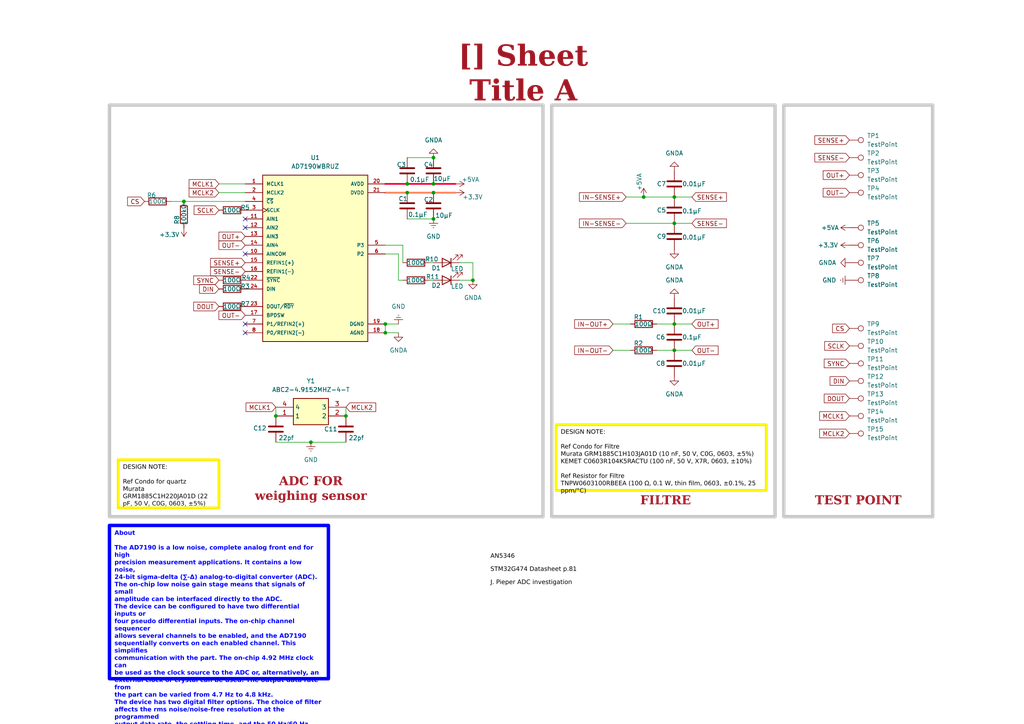
<source format=kicad_sch>
(kicad_sch (version 20250114) (generator "eeschema") (generator_version "9.0")
  (paper "A4")
  (title_block (title "Sheet Title A") (date "2025-01-12") (rev "${REVISION}") (company "${COMPANY}"))
  (lib_symbols
    (symbol "ABC2-4_9152MHZ-4-T:ABC2-4.9152MHZ-4-T"
      (property "Reference" "Y" (at 16.51 7.62 0))
      (property "Value" "ABC2-4.9152MHZ-4-T" (at 16.51 5.08 0))
      (symbol "ABC2-4.9152MHZ-4-T_1_1"
        (rectangle (start 5.08 2.54) (end 15.24 -5.08) (stroke (width 0.254)) (fill (type background)))
        (pin passive line (at 0 0 0) (length 5.08) (name "4") (number "4"))
        (pin passive line (at 0 -2.54 0) (length 5.08) (name "1") (number "1"))
        (pin passive line (at 20.32 0 180) (length 5.08) (name "3") (number "3"))
        (pin passive line (at 20.32 -2.54 180) (length 5.08) (name "2") (number "2"))
      )
    )
    (symbol "AD7190WBRUZ:AD7190WBRUZ" (pin_names (offset 1.016))
      (property "Reference" "U" (at -15.246 22.869 0))
      (property "Value" "AD7190WBRUZ" (at -15.2517 -27.9615 0))
      (symbol "AD7190WBRUZ_0_0"
        (rectangle (start -15.24 -25.4) (end 15.24 22.86) (stroke (width 0.254)) (fill (type background)))
        (pin input line (at -20.32 20.32 0) (length 5.08) (name "MCLK1") (number "1"))
        (pin input line (at -20.32 17.78 0) (length 5.08) (name "MCLK2") (number "2"))
        (pin input line (at -20.32 15.24 0) (length 5.08) (name "~{CS}") (number "4"))
        (pin input clock (at -20.32 12.7 0) (length 5.08) (name "SCLK") (number "3"))
        (pin input line (at -20.32 10.16 0) (length 5.08) (name "AIN1") (number "11"))
        (pin input line (at -20.32 7.62 0) (length 5.08) (name "AIN2") (number "12"))
        (pin input line (at -20.32 5.08 0) (length 5.08) (name "AIN3") (number "13"))
        (pin input line (at -20.32 2.54 0) (length 5.08) (name "AIN4") (number "14"))
        (pin input line (at -20.32 0 0) (length 5.08) (name "AINCOM") (number "10"))
        (pin input line (at -20.32 -2.54 0) (length 5.08) (name "REFIN1(+)") (number "15"))
        (pin input line (at -20.32 -5.08 0) (length 5.08) (name "REFIN1(-)") (number "16"))
        (pin input line (at -20.32 -7.62 0) (length 5.08) (name "~{SYNC}") (number "22"))
        (pin input line (at -20.32 -10.16 0) (length 5.08) (name "DIN") (number "24"))
        (pin bidirectional line (at -20.32 -15.24 0) (length 5.08) (name "DOUT/~{RDY}") (number "23"))
        (pin bidirectional line (at -20.32 -17.78 0) (length 5.08) (name "BPDSW") (number "17"))
        (pin bidirectional line (at -20.32 -20.32 0) (length 5.08) (name "P1/REFIN2(+)") (number "7"))
        (pin bidirectional line (at -20.32 -22.86 0) (length 5.08) (name "P0/REFIN2(-)") (number "8"))
        (pin power_in line (at 20.32 20.32 180) (length 5.08) (name "AVDD") (number "20"))
        (pin power_in line (at 20.32 17.78 180) (length 5.08) (name "DVDD") (number "21"))
        (pin output line (at 20.32 2.54 180) (length 5.08) (name "P3") (number "5"))
        (pin output line (at 20.32 0 180) (length 5.08) (name "P2") (number "6"))
        (pin power_in line (at 20.32 -20.32 180) (length 5.08) (name "DGND") (number "19"))
        (pin power_in line (at 20.32 -22.86 180) (length 5.08) (name "AGND") (number "18"))
      )
    )
    (symbol "Connector:TestPoint" (pin_numbers (hide yes)) (pin_names (offset 0.762) (hide yes))
      (property "Reference" "TP" (at 0 6.858 0))
      (property "Value" "TestPoint" (at 0 5.08 0))
      (symbol "TestPoint_0_1"
        (circle (center 0 3.302) (radius 0.762))
      )
      (symbol "TestPoint_1_1"
        (pin passive line (at 0 0 90) (length 2.54) (name "1") (number "1"))
      )
    )
    (symbol "Device:C" (pin_numbers (hide yes)) (pin_names (offset 0.254))
      (property "Reference" "C" (at 0.635 2.54 0))
      (property "Value" "C" (at 0.635 -2.54 0))
      (symbol "C_0_1"
        (polyline (pts (xy -2.032 0.762) (xy 2.032 0.762)) (stroke (width 0.508)))
        (polyline (pts (xy -2.032 -0.762) (xy 2.032 -0.762)) (stroke (width 0.508)))
      )
      (symbol "C_1_1"
        (pin passive line (at 0 3.81 270) (length 2.794) (name "~") (number "1"))
        (pin passive line (at 0 -3.81 90) (length 2.794) (name "~") (number "2"))
      )
    )
    (symbol "Device:LED" (pin_numbers (hide yes)) (pin_names (offset 1.016) (hide yes))
      (property "Reference" "D" (at 0 2.54 0))
      (property "Value" "LED" (at 0 -2.54 0))
      (symbol "LED_0_1"
        (polyline (pts (xy -3.048 -0.762) (xy -4.572 -2.286) (xy -3.81 -2.286) (xy -4.572 -2.286) (xy -4.572 -1.524)))
        (polyline (pts (xy -1.778 -0.762) (xy -3.302 -2.286) (xy -2.54 -2.286) (xy -3.302 -2.286) (xy -3.302 -1.524)))
        (polyline (pts (xy -1.27 0) (xy 1.27 0)))
        (polyline (pts (xy -1.27 -1.27) (xy -1.27 1.27)) (stroke (width 0.254)))
        (polyline (pts (xy 1.27 -1.27) (xy 1.27 1.27) (xy -1.27 0) (xy 1.27 -1.27)) (stroke (width 0.254)))
      )
      (symbol "LED_1_1"
        (pin passive line (at -3.81 0 0) (length 2.54) (name "K") (number "1"))
        (pin passive line (at 3.81 0 180) (length 2.54) (name "A") (number "2"))
      )
    )
    (symbol "Device:R" (pin_numbers (hide yes)) (pin_names (offset 0))
      (property "Reference" "R" (at 2.032 0 90))
      (property "Value" "R" (at 0 0 90))
      (symbol "R_0_1"
        (rectangle (start -1.016 -2.54) (end 1.016 2.54) (stroke (width 0.254)))
      )
      (symbol "R_1_1"
        (pin passive line (at 0 3.81 270) (length 1.27) (name "~") (number "1"))
        (pin passive line (at 0 -3.81 90) (length 1.27) (name "~") (number "2"))
      )
    )
    (symbol "power:+3.3V" (power) (pin_numbers (hide yes)) (pin_names (offset 0) (hide yes))
      (property "Value" "+3.3V" (at 0 3.556 0))
      (symbol "+3.3V_0_1"
        (polyline (pts (xy -0.762 1.27) (xy 0 2.54)))
        (polyline (pts (xy 0 2.54) (xy 0.762 1.27)))
        (polyline (pts (xy 0 0) (xy 0 2.54)))
      )
      (symbol "+3.3V_1_1"
        (pin power_in line (at 0 0 90) (length 0) (name "~") (number "1"))
      )
    )
    (symbol "power:+5VA" (power) (pin_numbers (hide yes)) (pin_names (offset 0) (hide yes))
      (property "Value" "+5VA" (at 0 3.556 0))
      (symbol "+5VA_0_1"
        (polyline (pts (xy -0.762 1.27) (xy 0 2.54)))
        (polyline (pts (xy 0 2.54) (xy 0.762 1.27)))
        (polyline (pts (xy 0 0) (xy 0 2.54)))
      )
      (symbol "+5VA_1_1"
        (pin power_in line (at 0 0 90) (length 0) (name "~") (number "1"))
      )
    )
    (symbol "power:Earth" (power) (pin_numbers (hide yes)) (pin_names (offset 0) (hide yes))
      (property "Value" "Earth" (at 0 -3.81 0))
      (symbol "Earth_0_1"
        (polyline (pts (xy -0.635 -1.905) (xy 0.635 -1.905)))
        (polyline (pts (xy -0.127 -2.54) (xy 0.127 -2.54)))
        (polyline (pts (xy 0 -1.27) (xy 0 0)))
        (polyline (pts (xy 1.27 -1.27) (xy -1.27 -1.27)))
      )
      (symbol "Earth_1_1"
        (pin power_in line (at 0 0 270) (length 0) (name "~") (number "1"))
      )
    )
    (symbol "power:GND" (power) (pin_numbers (hide yes)) (pin_names (offset 0) (hide yes))
      (property "Value" "GND" (at 0 -3.81 0))
      (symbol "GND_0_1"
        (polyline (pts (xy 0 0) (xy 0 -1.27) (xy 1.27 -1.27) (xy 0 -2.54) (xy -1.27 -1.27) (xy 0 -1.27)))
      )
      (symbol "GND_1_1"
        (pin power_in line (at 0 0 270) (length 0) (name "~") (number "1"))
      )
    )
  )
  (rectangle (start 227.33 30.48) (end 270.51 149.86) (stroke (width 1) (color 200 200 200 1)))
  (rectangle (start 31.75 30.48) (end 157.48 149.86) (stroke (width 1) (color 200 200 200 1)))
  (rectangle (start 160.02 30.48) (end 224.79 149.86) (stroke (width 1) (color 200 200 200 1)))
  (text "J. Pieper ADC investigation" (at 142.24 170.18 0) (effects (font (size 1.27 1.27)) (justify left bottom)))
  (text "STM32G474 Datasheet p.81" (at 142.24 166.37 0) (effects (font (size 1.27 1.27)) (justify left bottom)))
  (text "AN5346" (at 142.24 162.56 0) (effects (font (size 1.27 1.27)) (justify left bottom)))
  (text_box "FILTRE" (at 171.45 140.97 0) (size 43.18 7.62) (margins 1.9049 1.9049 1.9049 1.9049) (stroke (width -0.0001)) (effects (font (size 2.54 2.54) (thickness 0.508) (bold yes)) (justify bottom)))
  (text_box "About\n\nThe AD7190 is a low noise, complete analog front end for high\nprecision measurement applications. It contains a low noise,\n24-bit sigma-delta (∑-Δ) analog-to-digital converter (ADC).\nThe on-chip low noise gain stage means that signals of small\namplitude can be interfaced directly to the ADC.\nThe device can be configured to have two differential inputs or\nfour pseudo differential inputs. The on-chip channel sequencer\nallows several channels to be enabled, and the AD7190\nsequentially converts on each enabled channel. This simplifies\ncommunication with the part. The on-chip 4.92 MHz clock can\nbe used as the clock source to the ADC or, alternatively, an\nexternal clock or crystal can be used. The output data rate from\nthe part can be varied from 4.7 Hz to 4.8 kHz.\nThe device has two digital filter options. The choice of filter\naffects the rms noise/noise-free resolution at the programmed\noutput data rate, the settling time, and the 50 Hz/60 Hz\nrejection. " (at 31.75 152.4 0) (size 63.5 44.45) (margins 1.4525 1.4525 1.4525 1.4525) (stroke (width 1) (color 0 0 255 1)) (effects (font (size 1.27 1.27) (thickness 0.4) (bold yes)) (justify left top)))
  (text_box "TEST POINT" (at 227.33 140.97 0) (size 43.18 7.62) (margins 1.9049 1.9049 1.9049 1.9049) (stroke (width -0.0001)) (effects (font (size 2.54 2.54) (thickness 0.508) (bold yes)) (justify bottom)))
  (text_box "DESIGN NOTE:\n\nRef Condo for Filtre \nMurata GRM1885C1H103JA01D (10 nF, 50 V, C0G, 0603, ±5%)\nKEMET C0603R104K5RACTU (100 nF, 50 V, X7R, 0603, ±10%)\n\nRef Resistor for Filtre\nTNPW0603100RBEEA (100 Ω, 0.1 W, thin film, 0603, ±0.1%, 25 ppm/°C)" (at 161.29 123.19 0) (size 60.96 19.05) (margins 1.3525 1.3525 1.3525 1.3525) (stroke (width 0.8) (color 250 236 0 1)) (effects (font (size 1.27 1.27)) (justify left top)))
  (text_box "[${#}] ${TITLE}" (at 115.57 15.24 0) (size 72.39 12.7) (margins 4.4999 4.4999 4.4999 4.4999) (stroke (width -0.0001)) (effects (font (size 6 6) (thickness 1.2) (bold yes))))
  (text_box "ADC FOR \nweighing sensor" (at 68.58 139.7 0) (size 43.18 7.62) (margins 1.9049 1.9049 1.9049 1.9049) (stroke (width -0.0001)) (effects (font (size 2.54 2.54) (thickness 0.508) (bold yes)) (justify bottom)))
  (text_box "DESIGN NOTE:\n\nRef Condo for quartz \nMurata GRM1885C1H220JA01D (22 pF, 50 V, C0G, 0603, ±5%)" (at 34.29 133.35 0) (size 29.21 13.97) (margins 1.3525 1.3525 1.3525 1.3525) (stroke (width 0.8) (color 250 236 0 1)) (effects (font (size 1.27 1.27)) (justify left top)))
  (junction (at 125.73 55.88))
  (junction (at 195.58 64.77))
  (junction (at 186.69 57.15))
  (junction (at 137.16 81.28))
  (junction (at 195.58 57.15))
  (junction (at 90.17 128.27))
  (junction (at 125.73 53.34))
  (junction (at 195.58 93.98))
  (junction (at 118.11 55.88))
  (junction (at 111.76 96.52))
  (junction (at 53.34 58.42))
  (junction (at 195.58 101.6))
  (junction (at 111.76 93.98))
  (junction (at 118.11 53.34))
  (junction (at 100.33 120.65))
  (junction (at 125.73 63.5))
  (junction (at 125.73 45.72))
  (junction (at 80.01 120.65))
  (no_connect (at 71.12 73.66))
  (no_connect (at 71.12 96.52))
  (no_connect (at 71.12 66.04))
  (no_connect (at 71.12 93.98))
  (no_connect (at 71.12 63.5))
  (wire (pts (xy 190.5 93.98) (xy 195.58 93.98)))
  (wire (pts (xy 111.76 53.34) (xy 118.11 53.34)) (stroke (width 0.508) (color 255 0 54 1)))
  (wire (pts (xy 200.66 64.77) (xy 195.58 64.77)))
  (wire (pts (xy 181.61 57.15) (xy 186.69 57.15)))
  (wire (pts (xy 182.88 93.98) (xy 177.8 93.98)))
  (wire (pts (xy 115.57 81.28) (xy 116.84 81.28)))
  (wire (pts (xy 111.76 55.88) (xy 118.11 55.88)) (stroke (width 0.508) (color 255 116 72 1)))
  (wire (pts (xy 133.35 76.2) (xy 137.16 76.2)))
  (wire (pts (xy 118.11 55.88) (xy 125.73 55.88)) (stroke (width 0.508) (color 255 116 72 1)))
  (wire (pts (xy 111.76 73.66) (xy 115.57 73.66)))
  (wire (pts (xy 49.53 58.42) (xy 53.34 58.42)))
  (wire (pts (xy 116.84 71.12) (xy 116.84 76.2)))
  (wire (pts (xy 115.57 96.52) (xy 111.76 96.52)))
  (wire (pts (xy 80.01 128.27) (xy 90.17 128.27)))
  (wire (pts (xy 186.69 57.15) (xy 195.58 57.15)))
  (wire (pts (xy 118.11 53.34) (xy 125.73 53.34)) (stroke (width 0.508) (color 255 0 54 1)))
  (wire (pts (xy 80.01 118.11) (xy 80.01 120.65)))
  (wire (pts (xy 190.5 101.6) (xy 195.58 101.6)))
  (wire (pts (xy 111.76 71.12) (xy 116.84 71.12)))
  (wire (pts (xy 200.66 93.98) (xy 195.58 93.98)))
  (wire (pts (xy 100.33 118.11) (xy 100.33 120.65)))
  (wire (pts (xy 90.17 128.27) (xy 100.33 128.27)))
  (wire (pts (xy 124.46 81.28) (xy 125.73 81.28)))
  (wire (pts (xy 53.34 58.42) (xy 71.12 58.42)))
  (wire (pts (xy 115.57 73.66) (xy 115.57 81.28)))
  (wire (pts (xy 182.88 101.6) (xy 177.8 101.6)))
  (wire (pts (xy 111.76 93.98) (xy 111.76 96.52)))
  (wire (pts (xy 115.57 93.98) (xy 111.76 93.98)))
  (wire (pts (xy 63.5 53.34) (xy 71.12 53.34)))
  (wire (pts (xy 118.11 63.5) (xy 125.73 63.5)))
  (wire (pts (xy 200.66 101.6) (xy 195.58 101.6)))
  (wire (pts (xy 118.11 45.72) (xy 125.73 45.72)))
  (wire (pts (xy 137.16 76.2) (xy 137.16 81.28)))
  (wire (pts (xy 181.61 64.77) (xy 195.58 64.77)))
  (wire (pts (xy 63.5 55.88) (xy 71.12 55.88)))
  (wire (pts (xy 125.73 53.34) (xy 132.08 53.34)) (stroke (width 0.508) (color 255 0 54 1)))
  (wire (pts (xy 133.35 81.28) (xy 137.16 81.28)))
  (wire (pts (xy 124.46 76.2) (xy 125.73 76.2)))
  (wire (pts (xy 125.73 55.88) (xy 132.08 55.88)) (stroke (width 0.508) (color 255 116 72 1)))
  (wire (pts (xy 200.66 57.15) (xy 195.58 57.15)))
  (global_label "DIN" (shape input) (at 246.38 110.49 180) (property "Intersheetrefs" "${INTERSHEET_REFS}" (effects (hide yes))))
  (global_label "SCLK" (shape input) (at 246.38 100.33 180) (property "Intersheetrefs" "${INTERSHEET_REFS}" (effects (hide yes))))
  (global_label "SENSE+" (shape input) (at 71.12 76.2 180) (property "Intersheetrefs" "${INTERSHEET_REFS}" (effects (hide yes))))
  (global_label "SYNC" (shape input) (at 246.38 105.41 180) (property "Intersheetrefs" "${INTERSHEET_REFS}" (effects (hide yes))))
  (global_label "OUT+" (shape input) (at 246.38 50.8 180) (property "Intersheetrefs" "${INTERSHEET_REFS}" (effects (hide yes))))
  (global_label "OUT-" (shape input) (at 71.12 71.12 180) (property "Intersheetrefs" "${INTERSHEET_REFS}" (effects (hide yes))))
  (global_label "CS" (shape input) (at 246.38 95.25 180) (property "Intersheetrefs" "${INTERSHEET_REFS}" (effects (hide yes))))
  (global_label "SENSE-" (shape input) (at 200.66 64.77 0) (property "Intersheetrefs" "${INTERSHEET_REFS}" (effects (hide yes))))
  (global_label "IN-SENSE+" (shape input) (at 181.61 57.15 180) (property "Intersheetrefs" "${INTERSHEET_REFS}" (effects (hide yes))))
  (global_label "SENSE+" (shape input) (at 200.66 57.15 0) (property "Intersheetrefs" "${INTERSHEET_REFS}" (effects (hide yes))))
  (global_label "SENSE-" (shape input) (at 71.12 78.74 180) (property "Intersheetrefs" "${INTERSHEET_REFS}" (effects (hide yes))))
  (global_label "MCLK2" (shape input) (at 100.33 118.11 0) (property "Intersheetrefs" "${INTERSHEET_REFS}" (effects (hide yes))))
  (global_label "DIN" (shape input) (at 63.5 83.82 180) (property "Intersheetrefs" "${INTERSHEET_REFS}" (effects (hide yes))))
  (global_label "DOUT" (shape input) (at 246.38 115.57 180) (property "Intersheetrefs" "${INTERSHEET_REFS}" (effects (hide yes))))
  (global_label "OUT-" (shape input) (at 71.12 91.44 180) (property "Intersheetrefs" "${INTERSHEET_REFS}" (effects (hide yes))))
  (global_label "MCLK2" (shape input) (at 63.5 55.88 180) (property "Intersheetrefs" "${INTERSHEET_REFS}" (effects (hide yes))))
  (global_label "OUT-" (shape input) (at 200.66 101.6 0) (property "Intersheetrefs" "${INTERSHEET_REFS}" (effects (hide yes))))
  (global_label "SENSE-" (shape input) (at 246.38 45.72 180) (property "Intersheetrefs" "${INTERSHEET_REFS}" (effects (hide yes))))
  (global_label "SYNC" (shape input) (at 63.5 81.28 180) (property "Intersheetrefs" "${INTERSHEET_REFS}" (effects (hide yes))))
  (global_label "MCLK2" (shape input) (at 246.38 125.73 180) (property "Intersheetrefs" "${INTERSHEET_REFS}" (effects (hide yes))))
  (global_label "IN-SENSE-" (shape input) (at 181.61 64.77 180) (property "Intersheetrefs" "${INTERSHEET_REFS}" (effects (hide yes))))
  (global_label "IN-OUT+" (shape input) (at 177.8 93.98 180) (property "Intersheetrefs" "${INTERSHEET_REFS}" (effects (hide yes))))
  (global_label "MCLK1" (shape input) (at 63.5 53.34 180) (property "Intersheetrefs" "${INTERSHEET_REFS}" (effects (hide yes))))
  (global_label "OUT-" (shape input) (at 246.38 55.88 180) (property "Intersheetrefs" "${INTERSHEET_REFS}" (effects (hide yes))))
  (global_label "CS" (shape input) (at 41.91 58.42 180) (property "Intersheetrefs" "${INTERSHEET_REFS}" (effects (hide yes))))
  (global_label "MCLK1" (shape input) (at 80.01 118.11 180) (property "Intersheetrefs" "${INTERSHEET_REFS}" (effects (hide yes))))
  (global_label "OUT+" (shape input) (at 200.66 93.98 0) (property "Intersheetrefs" "${INTERSHEET_REFS}" (effects (hide yes))))
  (global_label "OUT+" (shape input) (at 71.12 68.58 180) (property "Intersheetrefs" "${INTERSHEET_REFS}" (effects (hide yes))))
  (global_label "MCLK1" (shape input) (at 246.38 120.65 180) (property "Intersheetrefs" "${INTERSHEET_REFS}" (effects (hide yes))))
  (global_label "SENSE+" (shape input) (at 246.38 40.64 180) (property "Intersheetrefs" "${INTERSHEET_REFS}" (effects (hide yes))))
  (global_label "SCLK" (shape input) (at 63.5 60.96 180) (property "Intersheetrefs" "${INTERSHEET_REFS}" (effects (hide yes))))
  (global_label "IN-OUT-" (shape input) (at 177.8 101.6 180) (property "Intersheetrefs" "${INTERSHEET_REFS}" (effects (hide yes))))
  (global_label "DOUT" (shape input) (at 63.5 88.9 180) (property "Intersheetrefs" "${INTERSHEET_REFS}" (effects (hide yes))))
  (symbol (lib_id "power:+5VA") (at 132.08 53.34 270) (unit 1)
    (property "Reference" "#PWR02" (effects (hide yes)))
    (property "Value" "+5VA" (at 133.858 52.07 90) (effects (justify left)))
    (property "Description" "Power symbol creates a global label with name \"+5VA\"" (effects (hide yes)))
  )
  (symbol (lib_id "Device:R") (at 67.31 60.96 90) (unit 1)
    (property "Reference" "R5" (at 71.12 60.198 90))
    (property "Value" "100Ω" (at 67.31 60.96 90))
    (property "Footprint" "Resistor_SMD:R_0603_1608Metric" (effects (hide yes)))
    (property "Description" "Resistor" (effects (hide yes)))
  )
  (symbol (lib_id "Connector:TestPoint") (at 246.38 120.65 270) (unit 1)
    (property "Reference" "TP14" (at 251.46 119.3799 90) (effects (justify left)))
    (property "Value" "TestPoint" (at 251.46 121.9199 90) (effects (justify left)))
    (property "Footprint" "TestPoint:TestPoint_Pad_D2.0mm" (effects (hide yes)))
    (property "Description" "test point" (effects (hide yes)))
  )
  (symbol (lib_id "Device:R") (at 45.72 58.42 90) (unit 1)
    (property "Reference" "R6" (at 43.942 56.642 90))
    (property "Value" "100Ω" (at 45.72 58.42 90))
    (property "Footprint" "Resistor_SMD:R_0603_1608Metric" (effects (hide yes)))
    (property "Description" "Resistor" (effects (hide yes)))
  )
  (symbol (lib_id "power:Earth") (at 90.17 128.27 0) (unit 1)
    (property "Reference" "#PWR017" (effects (hide yes)))
    (property "Value" "GND" (at 90.17 133.35 0))
    (property "Description" "Power symbol creates a global label with name \"Earth\"" (effects (hide yes)))
  )
  (symbol (lib_id "Device:C") (at 125.73 49.53 0) (unit 1)
    (property "Reference" "C4" (at 122.936 47.752 0) (effects (justify left)))
    (property "Value" "10µF" (at 125.73 51.816 0) (effects (justify left)))
    (property "Footprint" "Capacitor_SMD:C_0603_1608Metric" (effects (hide yes)))
    (property "Description" "Unpolarized capacitor" (effects (hide yes)))
  )
  (symbol (lib_id "Device:R") (at 120.65 76.2 90) (unit 1)
    (property "Reference" "R10" (at 125.222 75.184 90))
    (property "Value" "100Ω" (at 120.65 76.2 90))
    (property "Footprint" "Resistor_SMD:R_0603_1608Metric" (effects (hide yes)))
    (property "Description" "Resistor" (effects (hide yes)))
  )
  (symbol (lib_id "power:+5VA") (at 186.69 57.15 0) (unit 1)
    (property "Reference" "#PWR010" (effects (hide yes)))
    (property "Value" "+5VA" (at 185.42 55.372 90) (effects (justify left)))
    (property "Description" "Power symbol creates a global label with name \"+5VA\"" (effects (hide yes)))
  )
  (symbol (lib_id "Connector:TestPoint") (at 246.38 95.25 270) (unit 1)
    (property "Reference" "TP9" (at 251.46 93.9799 90) (effects (justify left)))
    (property "Value" "TestPoint" (at 251.46 96.5199 90) (effects (justify left)))
    (property "Footprint" "TestPoint:TestPoint_Pad_D2.0mm" (effects (hide yes)))
    (property "Description" "test point" (effects (hide yes)))
  )
  (symbol (lib_id "Connector:TestPoint") (at 246.38 45.72 270) (unit 1)
    (property "Reference" "TP2" (at 251.46 44.4499 90) (effects (justify left)))
    (property "Value" "TestPoint" (at 251.46 46.9899 90) (effects (justify left)))
    (property "Footprint" "TestPoint:TestPoint_Pad_D2.0mm" (effects (hide yes)))
    (property "Description" "test point" (effects (hide yes)))
  )
  (symbol (lib_id "Device:C") (at 100.33 124.46 0) (unit 1)
    (property "Reference" "C11" (at 93.98 124.46 0) (effects (justify left)))
    (property "Value" "22pf" (at 101.092 127 0) (effects (justify left)))
    (property "Footprint" "Capacitor_SMD:C_0603_1608Metric" (effects (hide yes)))
    (property "Description" "Unpolarized capacitor" (effects (hide yes)))
  )
  (symbol (lib_id "Connector:TestPoint") (at 246.38 50.8 270) (unit 1)
    (property "Reference" "TP3" (at 251.46 49.5299 90) (effects (justify left)))
    (property "Value" "TestPoint" (at 251.46 52.0699 90) (effects (justify left)))
    (property "Footprint" "TestPoint:TestPoint_Pad_D2.0mm" (effects (hide yes)))
    (property "Description" "test point" (effects (hide yes)))
  )
  (symbol (lib_id "power:Earth") (at 246.38 81.28 270) (unit 1)
    (property "Reference" "#PWR016" (effects (hide yes)))
    (property "Value" "GND" (at 242.57 81.2799 90) (effects (justify right)))
    (property "Description" "Power symbol creates a global label with name \"Earth\"" (effects (hide yes)))
  )
  (symbol (lib_id "Connector:TestPoint") (at 246.38 81.28 270) (unit 1)
    (property "Reference" "TP8" (at 251.46 80.0099 90) (effects (justify left)))
    (property "Value" "TestPoint" (at 251.46 82.5499 90) (effects (justify left)))
    (property "Footprint" "TestPoint:TestPoint_Pad_D2.0mm" (effects (hide yes)))
    (property "Description" "test point" (effects (hide yes)))
  )
  (symbol (lib_id "power:+5VA") (at 246.38 66.04 90) (unit 1)
    (property "Reference" "#PWR012" (effects (hide yes)))
    (property "Value" "+5VA" (at 243.332 66.04 90) (effects (justify left)))
    (property "Description" "Power symbol creates a global label with name \"+5VA\"" (effects (hide yes)))
  )
  (symbol (lib_id "Device:C") (at 118.11 49.53 0) (unit 1)
    (property "Reference" "C3" (at 115.062 47.752 0) (effects (justify left)))
    (property "Value" "0.1µF" (at 118.872 52.07 0) (effects (justify left)))
    (property "Footprint" "Capacitor_SMD:C_0603_1608Metric" (effects (hide yes)))
    (property "Description" "Unpolarized capacitor" (effects (hide yes)))
  )
  (symbol (lib_id "power:GND") (at 195.58 86.36 180) (unit 1)
    (property "Reference" "#PWR07" (effects (hide yes)))
    (property "Value" "GNDA" (at 195.58 81.28 0))
    (property "Description" "Power symbol creates a global label with name \"GND\" , ground" (effects (hide yes)))
  )
  (symbol (lib_id "power:+3.3V") (at 53.34 66.04 180) (unit 1)
    (property "Reference" "#PWR018" (effects (hide yes)))
    (property "Value" "+3.3V" (at 52.07 68.072 0) (effects (justify left)))
    (property "Description" "Power symbol creates a global label with name \"+3.3V\"" (effects (hide yes)))
  )
  (symbol (lib_id "Device:R") (at 186.69 93.98 90) (unit 1)
    (property "Reference" "R1" (at 185.166 91.948 90))
    (property "Value" "100Ω" (at 186.69 93.98 90))
    (property "Footprint" "Resistor_SMD:R_0603_1608Metric" (effects (hide yes)))
    (property "Description" "Resistor" (effects (hide yes)))
  )
  (symbol (lib_id "Device:C") (at 80.01 124.46 0) (unit 1)
    (property "Reference" "C12" (at 73.406 124.206 0) (effects (justify left)))
    (property "Value" "22pf" (at 80.772 127 0) (effects (justify left)))
    (property "Footprint" "Capacitor_SMD:C_0603_1608Metric" (effects (hide yes)))
    (property "Description" "Unpolarized capacitor" (effects (hide yes)))
  )
  (symbol (lib_id "Device:R") (at 67.31 83.82 90) (unit 1)
    (property "Reference" "R3" (at 71.12 83.058 90))
    (property "Value" "100Ω" (at 67.31 83.82 90))
    (property "Footprint" "Resistor_SMD:R_0603_1608Metric" (effects (hide yes)))
    (property "Description" "Resistor" (effects (hide yes)))
  )
  (symbol (lib_id "Connector:TestPoint") (at 246.38 71.12 270) (unit 1)
    (property "Reference" "TP6" (at 251.46 69.8499 90) (effects (justify left)))
    (property "Value" "TestPoint" (at 251.46 72.3899 90) (effects (justify left)))
    (property "Footprint" "TestPoint:TestPoint_Pad_D2.0mm" (effects (hide yes)))
    (property "Description" "test point" (effects (hide yes)))
  )
  (symbol (lib_id "power:+3.3V") (at 132.08 55.88 270) (unit 1)
    (property "Reference" "#PWR04" (effects (hide yes)))
    (property "Value" "+3.3V" (at 134.112 57.15 90) (effects (justify left)))
    (property "Description" "Power symbol creates a global label with name \"+3.3V\"" (effects (hide yes)))
  )
  (symbol (lib_id "Device:R") (at 67.31 81.28 90) (unit 1)
    (property "Reference" "R4" (at 71.374 80.518 90))
    (property "Value" "100Ω" (at 67.31 81.28 90))
    (property "Footprint" "Resistor_SMD:R_0603_1608Metric" (effects (hide yes)))
    (property "Description" "Resistor" (effects (hide yes)))
  )
  (symbol (lib_id "ABC2-4_9152MHZ-4-T:ABC2-4.9152MHZ-4-T") (at 80.01 118.11 0) (unit 1)
    (property "Reference" "Y1" (at 90.17 110.49 0))
    (property "Value" "ABC2-4.9152MHZ-4-T" (at 90.17 113.03 0))
    (property "Footprint" "ABC210000MHZ4" (effects (hide yes)))
    (property "Datasheet" "https://abracon.com/Resonators/abc2.pdf" (effects (hide yes)))
    (property "Description" "LOW FREQUENCY CERAMIC SURFACE MOUNT MICROPROCESSOR CRYSTAL" (effects (hide yes)))
    (property "Height" "2" (effects (hide yes)))
    (property "Manufacturer_Name" "ABRACON" (effects (hide yes)))
    (property "Manufacturer_Part_Number" "ABC2-4.9152MHZ-4-T" (effects (hide yes)))
    (property "Mouser Part Number" "815-ABC2-4.915M-4-T" (effects (hide yes)))
    (property "Mouser Price/Stock" "https://www.mouser.co.uk/ProductDetail/ABRACON/ABC2-4.9152MHZ-4-T?qs=S%252BYRV53T2BpAvrVLkV2d2A%3D%3D" (effects (hide yes)))
    (property "Arrow Part Number" "ABC2-4.9152MHZ-4-T" (effects (hide yes)))
    (property "Arrow Price/Stock" "https://www.arrow.com/en/products/abc2-4.9152mhz-4-t/abracon" (effects (hide yes)))
  )
  (symbol (lib_id "Device:C") (at 195.58 68.58 0) (unit 1)
    (property "Reference" "C9" (at 190.5 68.58 0) (effects (justify left)))
    (property "Value" "0.01µF" (at 197.866 68.834 0) (effects (justify left)))
    (property "Footprint" "Capacitor_SMD:C_0603_1608Metric" (effects (hide yes)))
    (property "Description" "Unpolarized capacitor" (effects (hide yes)))
  )
  (symbol (lib_id "AD7190WBRUZ:AD7190WBRUZ") (at 91.44 73.66 0) (unit 1)
    (property "Reference" "U1" (at 91.44 45.72 0))
    (property "Value" "AD7190WBRUZ" (at 91.44 48.26 0))
    (property "Footprint" "AD7190WBRUZ:SOP65P640X120-24N" (effects (hide yes)))
    (property "MF" "Analog Devices" (effects (hide yes)))
    (property "Description_1" "4.8 kHz Ultralow Noise 24-Bit Sigma-Delta ADC with PGA" (effects (hide yes)))
    (property "Package" "TSSOP-24 Analog Devices" (effects (hide yes)))
    (property "Price" "None" (effects (hide yes)))
    (property "Check_prices" "https://www.snapeda.com/parts/AD7190WBRUZ/Analog+Devices/view-part/?ref=eda" (effects (hide yes)))
    (property "SnapEDA_Link" "https://www.snapeda.com/parts/AD7190WBRUZ/Analog+Devices/view-part/?ref=snap" (effects (hide yes)))
    (property "MP" "AD7190WBRUZ" (effects (hide yes)))
    (property "Availability" "In Stock" (effects (hide yes)))
    (property "MANUFACTURER" "Analog Devices" (effects (hide yes)))
  )
  (symbol (lib_id "Device:C") (at 195.58 90.17 0) (unit 1)
    (property "Reference" "C10" (at 189.23 90.17 0) (effects (justify left)))
    (property "Value" "0.01µF" (at 197.866 90.17 0) (effects (justify left)))
    (property "Footprint" "Capacitor_SMD:C_0603_1608Metric" (effects (hide yes)))
    (property "Description" "Unpolarized capacitor" (effects (hide yes)))
  )
  (symbol (lib_id "power:+3.3V") (at 246.38 71.12 90) (unit 1)
    (property "Reference" "#PWR014" (effects (hide yes)))
    (property "Value" "+3.3V" (at 243.078 71.12 90) (effects (justify left)))
    (property "Description" "Power symbol creates a global label with name \"+3.3V\"" (effects (hide yes)))
  )
  (symbol (lib_id "Connector:TestPoint") (at 246.38 66.04 270) (unit 1)
    (property "Reference" "TP5" (at 251.46 64.7699 90) (effects (justify left)))
    (property "Value" "TestPoint" (at 251.46 67.3099 90) (effects (justify left)))
    (property "Footprint" "TestPoint:TestPoint_Pad_D2.0mm" (effects (hide yes)))
    (property "Description" "test point" (effects (hide yes)))
  )
  (symbol (lib_id "Connector:TestPoint") (at 246.38 115.57 270) (unit 1)
    (property "Reference" "TP13" (at 251.46 114.2999 90) (effects (justify left)))
    (property "Value" "TestPoint" (at 251.46 116.8399 90) (effects (justify left)))
    (property "Footprint" "TestPoint:TestPoint_Pad_D2.0mm" (effects (hide yes)))
    (property "Description" "test point" (effects (hide yes)))
  )
  (symbol (lib_id "Connector:TestPoint") (at 246.38 76.2 270) (unit 1)
    (property "Reference" "TP7" (at 251.46 74.9299 90) (effects (justify left)))
    (property "Value" "TestPoint" (at 251.46 77.4699 90) (effects (justify left)))
    (property "Footprint" "TestPoint:TestPoint_Pad_D2.0mm" (effects (hide yes)))
    (property "Description" "test point" (effects (hide yes)))
  )
  (symbol (lib_id "Device:C") (at 195.58 53.34 0) (unit 1)
    (property "Reference" "C7" (at 190.5 53.34 0) (effects (justify left)))
    (property "Value" "0.01µF" (at 197.866 53.34 0) (effects (justify left)))
    (property "Footprint" "Capacitor_SMD:C_0603_1608Metric" (effects (hide yes)))
    (property "Description" "Unpolarized capacitor" (effects (hide yes)))
  )
  (symbol (lib_id "power:GND") (at 195.58 49.53 180) (unit 1)
    (property "Reference" "#PWR09" (effects (hide yes)))
    (property "Value" "GNDA" (at 195.58 44.45 0))
    (property "Description" "Power symbol creates a global label with name \"GND\" , ground" (effects (hide yes)))
  )
  (symbol (lib_id "Device:C") (at 125.73 59.69 0) (unit 1)
    (property "Reference" "C2" (at 122.936 57.912 0) (effects (justify left)))
    (property "Value" "10µF" (at 126.238 62.484 0) (effects (justify left)))
    (property "Footprint" "Capacitor_SMD:C_0603_1608Metric" (effects (hide yes)))
    (property "Description" "Unpolarized capacitor" (effects (hide yes)))
  )
  (symbol (lib_id "power:GND") (at 246.38 76.2 270) (unit 1)
    (property "Reference" "#PWR015" (effects (hide yes)))
    (property "Value" "GNDA" (at 242.57 76.1999 90) (effects (justify right)))
    (property "Description" "Power symbol creates a global label with name \"GND\" , ground" (effects (hide yes)))
  )
  (symbol (lib_id "Device:C") (at 118.11 59.69 0) (unit 1)
    (property "Reference" "C1" (at 115.57 57.658 0) (effects (justify left)))
    (property "Value" "0.1µF" (at 118.364 62.23 0) (effects (justify left)))
    (property "Footprint" "Capacitor_SMD:C_0603_1608Metric" (effects (hide yes)))
    (property "Description" "Unpolarized capacitor" (effects (hide yes)))
  )
  (symbol (lib_id "Device:R") (at 67.31 88.9 90) (unit 1)
    (property "Reference" "R7" (at 71.12 88.138 90))
    (property "Value" "100Ω" (at 67.31 88.9 90))
    (property "Footprint" "Resistor_SMD:R_0603_1608Metric" (effects (hide yes)))
    (property "Description" "Resistor" (effects (hide yes)))
  )
  (symbol (lib_id "Device:C") (at 195.58 97.79 0) (unit 1)
    (property "Reference" "C6" (at 190.246 97.79 0) (effects (justify left)))
    (property "Value" "0.1µF" (at 197.866 97.79 0) (effects (justify left)))
    (property "Footprint" "Capacitor_SMD:C_0603_1608Metric" (effects (hide yes)))
    (property "Description" "Unpolarized capacitor" (effects (hide yes)))
  )
  (symbol (lib_id "Connector:TestPoint") (at 246.38 40.64 270) (unit 1)
    (property "Reference" "TP1" (at 251.46 39.3699 90) (effects (justify left)))
    (property "Value" "TestPoint" (at 251.46 41.9099 90) (effects (justify left)))
    (property "Footprint" "TestPoint:TestPoint_Pad_D2.0mm" (effects (hide yes)))
    (property "Description" "test point" (effects (hide yes)))
  )
  (symbol (lib_id "power:GND") (at 137.16 81.28 0) (unit 1)
    (property "Reference" "#PWR013" (effects (hide yes)))
    (property "Value" "GNDA" (at 137.16 86.36 0))
    (property "Description" "Power symbol creates a global label with name \"GND\" , ground" (effects (hide yes)))
  )
  (symbol (lib_id "Device:LED") (at 129.54 76.2 180) (unit 1)
    (property "Reference" "D1" (at 126.492 77.724 0))
    (property "Value" "LED" (at 132.588 77.978 0))
    (property "Footprint" "LED_SMD:LED_0603_1608Metric" (effects (hide yes)))
    (property "Description" "Light emitting diode" (effects (hide yes)))
    (property "Sim.Pins" "1=K 2=A" (effects (hide yes)))
  )
  (symbol (lib_id "Connector:TestPoint") (at 246.38 105.41 270) (unit 1)
    (property "Reference" "TP11" (at 251.46 104.1399 90) (effects (justify left)))
    (property "Value" "TestPoint" (at 251.46 106.6799 90) (effects (justify left)))
    (property "Footprint" "TestPoint:TestPoint_Pad_D2.0mm" (effects (hide yes)))
    (property "Description" "test point" (effects (hide yes)))
  )
  (symbol (lib_id "power:GND") (at 195.58 72.39 0) (unit 1)
    (property "Reference" "#PWR08" (effects (hide yes)))
    (property "Value" "GNDA" (at 195.58 77.47 0))
    (property "Description" "Power symbol creates a global label with name \"GND\" , ground" (effects (hide yes)))
  )
  (symbol (lib_id "Connector:TestPoint") (at 246.38 100.33 270) (unit 1)
    (property "Reference" "TP10" (at 251.46 99.0599 90) (effects (justify left)))
    (property "Value" "TestPoint" (at 251.46 101.5999 90) (effects (justify left)))
    (property "Footprint" "TestPoint:TestPoint_Pad_D2.0mm" (effects (hide yes)))
    (property "Description" "test point" (effects (hide yes)))
  )
  (symbol (lib_id "Connector:TestPoint") (at 246.38 125.73 270) (unit 1)
    (property "Reference" "TP15" (at 251.46 124.4599 90) (effects (justify left)))
    (property "Value" "TestPoint" (at 251.46 126.9999 90) (effects (justify left)))
    (property "Footprint" "TestPoint:TestPoint_Pad_D2.0mm" (effects (hide yes)))
    (property "Description" "test point" (effects (hide yes)))
  )
  (symbol (lib_id "Device:C") (at 195.58 60.96 0) (unit 1)
    (property "Reference" "C5" (at 190.5 60.96 0) (effects (justify left)))
    (property "Value" "0.1µF" (at 197.866 61.214 0) (effects (justify left)))
    (property "Footprint" "Capacitor_SMD:C_0603_1608Metric" (effects (hide yes)))
    (property "Description" "Unpolarized capacitor" (effects (hide yes)))
  )
  (symbol (lib_id "power:GND") (at 125.73 45.72 180) (unit 1)
    (property "Reference" "#PWR011" (effects (hide yes)))
    (property "Value" "GNDA" (at 125.73 40.64 0))
    (property "Description" "Power symbol creates a global label with name \"GND\" , ground" (effects (hide yes)))
  )
  (symbol (lib_id "Device:R") (at 186.69 101.6 90) (unit 1)
    (property "Reference" "R2" (at 185.166 99.568 90))
    (property "Value" "100Ω" (at 186.69 101.6 90))
    (property "Footprint" "Resistor_SMD:R_0603_1608Metric" (effects (hide yes)))
    (property "Description" "Resistor" (effects (hide yes)))
  )
  (symbol (lib_id "Device:R") (at 120.65 81.28 90) (unit 1)
    (property "Reference" "R11" (at 125.476 80.264 90))
    (property "Value" "100Ω" (at 120.65 81.28 90))
    (property "Footprint" "Resistor_SMD:R_0603_1608Metric" (effects (hide yes)))
    (property "Description" "Resistor" (effects (hide yes)))
  )
  (symbol (lib_id "power:GND") (at 115.57 96.52 0) (unit 1)
    (property "Reference" "#PWR05" (effects (hide yes)))
    (property "Value" "GNDA" (at 115.57 101.6 0))
    (property "Description" "Power symbol creates a global label with name \"GND\" , ground" (effects (hide yes)))
  )
  (symbol (lib_id "Connector:TestPoint") (at 246.38 110.49 270) (unit 1)
    (property "Reference" "TP12" (at 251.46 109.2199 90) (effects (justify left)))
    (property "Value" "TestPoint" (at 251.46 111.7599 90) (effects (justify left)))
    (property "Footprint" "TestPoint:TestPoint_Pad_D2.0mm" (effects (hide yes)))
    (property "Description" "test point" (effects (hide yes)))
  )
  (symbol (lib_id "power:Earth") (at 125.73 63.5 0) (unit 1)
    (property "Reference" "#PWR01" (effects (hide yes)))
    (property "Value" "GND" (at 125.73 68.58 0))
    (property "Description" "Power symbol creates a global label with name \"Earth\"" (effects (hide yes)))
  )
  (symbol (lib_id "power:GND") (at 195.58 109.22 0) (unit 1)
    (property "Reference" "#PWR06" (effects (hide yes)))
    (property "Value" "GNDA" (at 195.58 114.3 0))
    (property "Description" "Power symbol creates a global label with name \"GND\" , ground" (effects (hide yes)))
  )
  (symbol (lib_id "Connector:TestPoint") (at 246.38 55.88 270) (unit 1)
    (property "Reference" "TP4" (at 251.46 54.6099 90) (effects (justify left)))
    (property "Value" "TestPoint" (at 251.46 57.1499 90) (effects (justify left)))
    (property "Footprint" "TestPoint:TestPoint_Pad_D2.0mm" (effects (hide yes)))
    (property "Description" "test point" (effects (hide yes)))
  )
  (symbol (lib_id "power:Earth") (at 115.57 93.98 180) (unit 1)
    (property "Reference" "#PWR03" (effects (hide yes)))
    (property "Value" "GND" (at 115.57 88.9 0))
    (property "Description" "Power symbol creates a global label with name \"Earth\"" (effects (hide yes)))
  )
  (symbol (lib_id "Device:C") (at 195.58 105.41 0) (unit 1)
    (property "Reference" "C8" (at 190.246 105.41 0) (effects (justify left)))
    (property "Value" "0.01µF" (at 197.866 105.41 0) (effects (justify left)))
    (property "Footprint" "Capacitor_SMD:C_0603_1608Metric" (effects (hide yes)))
    (property "Description" "Unpolarized capacitor" (effects (hide yes)))
  )
  (symbol (lib_id "Device:LED") (at 129.54 81.28 180) (unit 1)
    (property "Reference" "D2" (at 126.492 82.804 0))
    (property "Value" "LED" (at 132.588 83.058 0))
    (property "Footprint" "LED_SMD:LED_0603_1608Metric" (effects (hide yes)))
    (property "Description" "Light emitting diode" (effects (hide yes)))
    (property "Sim.Pins" "1=K 2=A" (effects (hide yes)))
  )
  (symbol (lib_id "Device:R") (at 53.34 62.23 180) (unit 1)
    (property "Reference" "R8" (at 51.308 63.754 90))
    (property "Value" "100kΩ" (at 53.34 62.23 90))
    (property "Footprint" "Resistor_SMD:R_0603_1608Metric" (effects (hide yes)))
    (property "Description" "Resistor" (effects (hide yes)))
  )
)
</source>
